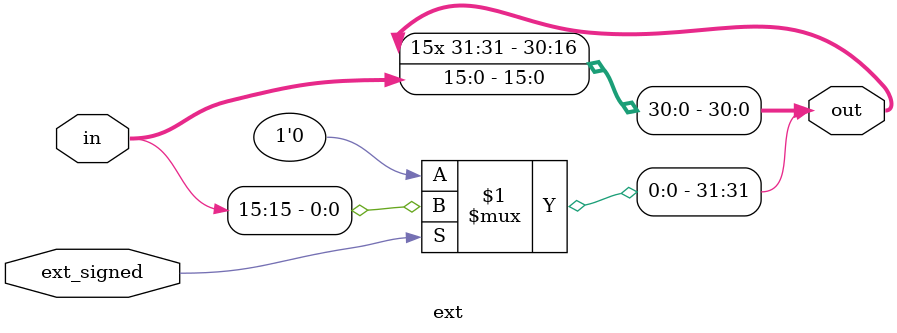
<source format=v>
/**
 * EXT - Zero extension and sign extension. Extend the input data to [width] bits.
 * @module_name ext
 * @author Yongting Chen <yongting.chen@ucdconnect.ie>
 */
/*
Examples:
ext #(.width(4)) ext_1(.ext_signed(1), .in(input_data[3:0]), .out(out_data))
*/
module ext #(
  parameter width = 16
) (
  input wire ext_signed, // signed
  input wire [width-1:0] in,
  output wire [31:0] out
);
  // Replicate '0' (unsigned) or MSB (signed) of in for (32-width) times, and concat with in.
  assign out = {{32 - width{ext_signed ? in[width-1] : 1'b0}}, in};
endmodule
</source>
